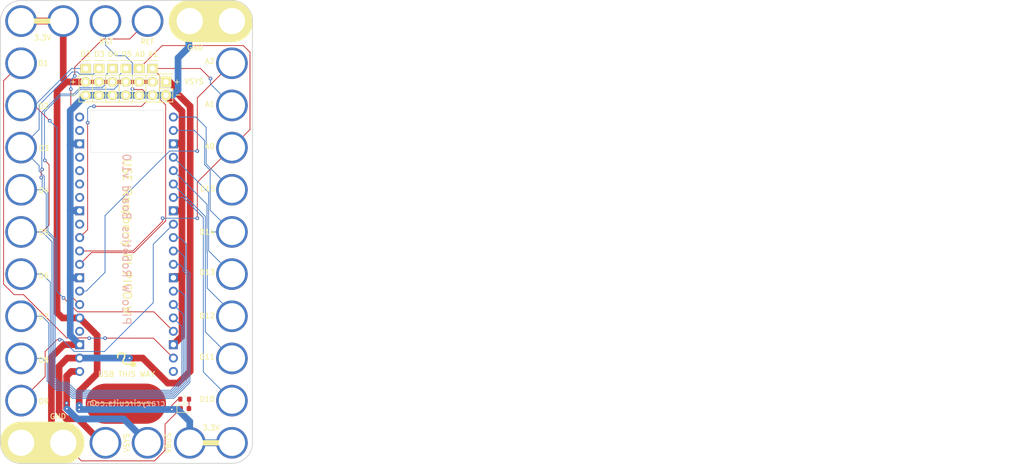
<source format=kicad_pcb>
(kicad_pcb (version 20211014) (generator pcbnew)
  (title_block (title "5x11 Arduino Nano Robot Breakout") (date "22 Apr 2017") (rev "v1.6") (company "CERN Open Hardware License v1.2.") (comment 1 "help@browndoggadgets.com") (comment 2 "http://browndoggadgets.com/") (comment 3 "Brown Dog Gadgets"))
  (layers (0 "F.Cu" signal) (31 "B.Cu" signal) (34 "B.Paste" user) (35 "F.Paste" user) (36 "B.SilkS" user "B.Silkscreen") (37 "F.SilkS" user "F.Silkscreen") (38 "B.Mask" user) (39 "F.Mask" user) (44 "Edge.Cuts" user))
  (net 0 "")
  (net 1 "GND")
  (net 2 "Net-(U2-Pad25)")
  (net 3 "Net-(U2-Pad26)")
  (net 4 "Net-(U2-Pad27)")
  (net 5 "Net-(U2-Pad29)")
  (net 6 "Net-(U2-Pad37)")
  (net 7 "3.3V")
  (net 8 "RST")
  (net 9 "IO3")
  (net 10 "IO5")
  (net 11 "IO6")
  (net 12 "IO9")
  (net 13 "ADC1")
  (net 14 "ADC2")
  (net 15 "IO7")
  (net 16 "IO10")
  (net 17 "IO14")
  (net 18 "IO1")
  (net 19 "IO4")
  (net 20 "IO2")
  (net 21 "IO11")
  (net 22 "IO12")
  (net 23 "IO16")
  (net 24 "IO13")
  (net 25 "IO8")
  (net 26 "IO15")
  (net 27 "ADC0")
  (net 28 "IO0")
  (net 29 "IO17")
  (net 30 "IO18")
  (net 31 "AREF")
  (net 32 "VSYS")
  (net 33 "VBUS")
  (net 34 "Net-(D1-Pad2)")
  (footprint "Crazy_NonLego:CONN-HEADER-STRAIGHT-P2.54MM-1x03" (layer "F.Cu") (at 61.075 67.345)
    (fp_text reference "J1")
    (fp_text value "PWM" hide)
    (pad "1" thru_hole rect locked (at 0 0) (size 2.032 1.7272) (drill 1.016) (layers *.Cu *.Mask "F.SilkS") (net 20 "IO2"))
    (pad "2" thru_hole oval locked (at 0 2.54) (size 2.032 1.7272) (drill 1.016) (layers *.Cu *.Mask "F.SilkS") (net 7 "3.3V"))
    (pad "3" thru_hole oval locked (at 0 5.08) (size 2.032 1.7272) (drill 1.016) (layers *.Cu *.Mask "F.SilkS") (net 1 "GND"))
  )
  (footprint "Crazy_NonLego:CONN-HEADER-STRAIGHT-P2.54MM-1x03" (layer "F.Cu") (at 63.615 67.345)
    (fp_text reference "J2")
    (fp_text value "PWM" hide)
    (pad "1" thru_hole rect locked (at 0 0) (size 2.032 1.7272) (drill 1.016) (layers *.Cu *.Mask "F.SilkS") (net 9 "IO3"))
    (pad "2" thru_hole oval locked (at 0 2.54) (size 2.032 1.7272) (drill 1.016) (layers *.Cu *.Mask "F.SilkS") (net 7 "3.3V"))
    (pad "3" thru_hole oval locked (at 0 5.08) (size 2.032 1.7272) (drill 1.016) (layers *.Cu *.Mask "F.SilkS") (net 1 "GND"))
  )
  (footprint "Crazy_NonLego:CONN-HEADER-STRAIGHT-P2.54MM-1x03" (layer "F.Cu") (at 66.155 67.345)
    (fp_text reference "J3")
    (fp_text value "PWM" hide)
    (pad "1" thru_hole rect locked (at 0 0) (size 2.032 1.7272) (drill 1.016) (layers *.Cu *.Mask "F.SilkS") (net 19 "IO4"))
    (pad "2" thru_hole oval locked (at 0 2.54) (size 2.032 1.7272) (drill 1.016) (layers *.Cu *.Mask "F.SilkS") (net 7 "3.3V"))
    (pad "3" thru_hole oval locked (at 0 5.08) (size 2.032 1.7272) (drill 1.016) (layers *.Cu *.Mask "F.SilkS") (net 1 "GND"))
  )
  (footprint "Crazy_NonLego:CONN-HEADER-STRAIGHT-P2.54MM-1x03" (layer "F.Cu") (at 68.695 67.345)
    (fp_text reference "J4")
    (fp_text value "PWM" hide)
    (pad "1" thru_hole rect locked (at 0 0) (size 2.032 1.7272) (drill 1.016) (layers *.Cu *.Mask "F.SilkS") (net 10 "IO5"))
    (pad "2" thru_hole oval locked (at 0 2.54) (size 2.032 1.7272) (drill 1.016) (layers *.Cu *.Mask "F.SilkS") (net 7 "3.3V"))
    (pad "3" thru_hole oval locked (at 0 5.08) (size 2.032 1.7272) (drill 1.016) (layers *.Cu *.Mask "F.SilkS") (net 1 "GND"))
  )
  (footprint "Crazy_NonLego:CONN-HEADER-STRAIGHT-P2.54MM-1x03" (layer "F.Cu") (at 71.235 67.345)
    (fp_text reference "J5")
    (fp_text value "ANALOG" hide)
    (pad "1" thru_hole rect locked (at 0 0) (size 2.032 1.7272) (drill 1.016) (layers *.Cu *.Mask "F.SilkS") (net 27 "ADC0"))
    (pad "2" thru_hole oval locked (at 0 2.54) (size 2.032 1.7272) (drill 1.016) (layers *.Cu *.Mask "F.SilkS") (net 7 "3.3V"))
    (pad "3" thru_hole oval locked (at 0 5.08) (size 2.032 1.7272) (drill 1.016) (layers *.Cu *.Mask "F.SilkS") (net 1 "GND"))
  )
  (footprint "Crazy_NonLego:CONN-HEADER-STRAIGHT-P2.54MM-1x03" (layer "F.Cu") (at 73.775 67.345)
    (fp_text reference "J6")
    (fp_text value "ANALOG" hide)
    (pad "1" thru_hole rect locked (at 0 0) (size 2.032 1.7272) (drill 1.016) (layers *.Cu *.Mask "F.SilkS") (net 13 "ADC1"))
    (pad "2" thru_hole oval locked (at 0 2.54) (size 2.032 1.7272) (drill 1.016) (layers *.Cu *.Mask "F.SilkS") (net 7 "3.3V"))
    (pad "3" thru_hole oval locked (at 0 5.08) (size 2.032 1.7272) (drill 1.016) (layers *.Cu *.Mask "F.SilkS") (net 1 "GND"))
  )
  (footprint "MCU_RaspberryPi_and_Boards:RPi_Pico_SMD_TH" (layer "F.Cu") (at 68.822 100.691251 180)
    (fp_text reference "U2" hide)
    (fp_text value "Pico W")
    (pad "1" thru_hole oval locked (at -8.89 -24.13 180) (size 1.7 1.7) (drill 1.02) (layers *.Cu *.Mask) (net 28 "IO0"))
    (pad "2" thru_hole oval locked (at -8.89 -21.59 180) (size 1.7 1.7) (drill 1.02) (layers *.Cu *.Mask) (net 18 "IO1"))
    (pad "3" thru_hole rect locked (at -8.89 -19.05 180) (size 1.7 1.7) (drill 1.02) (layers *.Cu *.Mask) (net 1 "GND"))
    (pad "4" thru_hole oval locked (at -8.89 -16.51 180) (size 1.7 1.7) (drill 1.02) (layers *.Cu *.Mask) (net 20 "IO2"))
    (pad "5" thru_hole oval locked (at -8.89 -13.97 180) (size 1.7 1.7) (drill 1.02) (layers *.Cu *.Mask) (net 9 "IO3"))
    (pad "6" thru_hole oval locked (at -8.89 -11.43 180) (size 1.7 1.7) (drill 1.02) (layers *.Cu *.Mask) (net 19 "IO4"))
    (pad "7" thru_hole oval locked (at -8.89 -8.89 180) (size 1.7 1.7) (drill 1.02) (layers *.Cu *.Mask) (net 10 "IO5"))
    (pad "8" thru_hole rect locked (at -8.89 -6.35 180) (size 1.7 1.7) (drill 1.02) (layers *.Cu *.Mask) (net 1 "GND"))
    (pad "9" thru_hole oval locked (at -8.89 -3.81 180) (size 1.7 1.7) (drill 1.02) (layers *.Cu *.Mask) (net 11 "IO6"))
    (pad "10" thru_hole oval locked (at -8.89 -1.27 180) (size 1.7 1.7) (drill 1.02) (layers *.Cu *.Mask) (net 15 "IO7"))
    (pad "11" thru_hole oval locked (at -8.89 1.27 180) (size 1.7 1.7) (drill 1.02) (layers *.Cu *.Mask) (net 25 "IO8"))
    (pad "12" thru_hole oval locked (at -8.89 3.81 180) (size 1.7 1.7) (drill 1.02) (layers *.Cu *.Mask) (net 12 "IO9"))
    (pad "13" thru_hole rect locked (at -8.89 6.35 180) (size 1.7 1.7) (drill 1.02) (layers *.Cu *.Mask) (net 1 "GND"))
    (pad "14" thru_hole oval locked (at -8.89 8.89 180) (size 1.7 1.7) (drill 1.02) (layers *.Cu *.Mask) (net 16 "IO10"))
    (pad "15" thru_hole oval locked (at -8.89 11.43 180) (size 1.7 1.7) (drill 1.02) (layers *.Cu *.Mask) (net 21 "IO11"))
    (pad "16" thru_hole oval locked (at -8.89 13.97 180) (size 1.7 1.7) (drill 1.02) (layers *.Cu *.Mask) (net 22 "IO12"))
    (pad "17" thru_hole oval locked (at -8.89 16.51 180) (size 1.7 1.7) (drill 1.02) (layers *.Cu *.Mask) (net 24 "IO13"))
    (pad "18" thru_hole rect locked (at -8.89 19.05 180) (size 1.7 1.7) (drill 1.02) (layers *.Cu *.Mask) (net 1 "GND"))
    (pad "19" thru_hole oval locked (at -8.89 21.59 180) (size 1.7 1.7) (drill 1.02) (layers *.Cu *.Mask) (net 17 "IO14"))
    (pad "20" thru_hole oval locked (at -8.89 24.13 180) (size 1.7 1.7) (drill 1.02) (layers *.Cu *.Mask) (net 26 "IO15"))
    (pad "21" thru_hole oval locked (at 8.89 24.13 180) (size 1.7 1.7) (drill 1.02) (layers *.Cu *.Mask) (net 23 "IO16"))
    (pad "22" thru_hole oval locked (at 8.89 21.59 180) (size 1.7 1.7) (drill 1.02) (layers *.Cu *.Mask) (net 29 "IO17"))
    (pad "23" thru_hole rect locked (at 8.89 19.05 180) (size 1.7 1.7) (drill 1.02) (layers *.Cu *.Mask) (net 1 "GND"))
    (pad "24" thru_hole oval locked (at 8.89 16.51 180) (size 1.7 1.7) (drill 1.02) (layers *.Cu *.Mask) (net 30 "IO18"))
    (pad "25" thru_hole oval locked (at 8.89 13.97 180) (size 1.7 1.7) (drill 1.02) (layers *.Cu *.Mask) (net 2 "Net-(U2-Pad25)"))
    (pad "26" thru_hole oval locked (at 8.89 11.43 180) (size 1.7 1.7) (drill 1.02) (layers *.Cu *.Mask) (net 3 "Net-(U2-Pad26)"))
    (pad "27" thru_hole oval locked (at 8.89 8.89 180) (size 1.7 1.7) (drill 1.02) (layers *.Cu *.Mask) (net 4 "Net-(U2-Pad27)"))
    (pad "28" thru_hole rect locked (at 8.89 6.35 180) (size 1.7 1.7) (drill 1.02) (layers *.Cu *.Mask) (net 1 "GND"))
    (pad "29" thru_hole oval locked (at 8.89 3.81 180) (size 1.7 1.7) (drill 1.02) (layers *.Cu *.Mask) (net 5 "Net-(U2-Pad29)"))
    (pad "30" thru_hole oval locked (at 8.89 1.27 180) (size 1.7 1.7) (drill 1.02) (layers *.Cu *.Mask) (net 8 "RST"))
    (pad "31" thru_hole oval locked (at 8.89 -1.27 180) (size 1.7 1.7) (drill 1.02) (layers *.Cu *.Mask) (net 27 "ADC0"))
    (pad "32" thru_hole oval locked (at 8.89 -3.81 180) (size 1.7 1.7) (drill 1.02) (layers *.Cu *.Mask) (net 13 "ADC1"))
    (pad "33" thru_hole rect locked (at 8.89 -6.35 180) (size 1.7 1.7) (drill 1.02) (layers *.Cu *.Mask) (net 1 "GND"))
    (pad "34" thru_hole oval locked (at 8.89 -8.89 180) (size 1.7 1.7) (drill 1.02) (layers *.Cu *.Mask) (net 14 "ADC2"))
    (pad "35" thru_hole oval locked (at 8.89 -11.43 180) (size 1.7 1.7) (drill 1.02) (layers *.Cu *.Mask) (net 31 "AREF"))
    (pad "36" thru_hole oval locked (at 8.89 -13.97 180) (size 1.7 1.7) (drill 1.02) (layers *.Cu *.Mask) (net 7 "3.3V"))
    (pad "37" thru_hole oval locked (at 8.89 -16.51 180) (size 1.7 1.7) (drill 1.02) (layers *.Cu *.Mask) (net 6 "Net-(U2-Pad37)"))
    (pad "38" thru_hole rect locked (at 8.89 -19.05 180) (size 1.7 1.7) (drill 1.02) (layers *.Cu *.Mask) (net 1 "GND"))
    (pad "39" thru_hole oval locked (at 8.89 -21.59 180) (size 1.7 1.7) (drill 1.02) (layers *.Cu *.Mask) (net 32 "VSYS"))
    (pad "40" thru_hole oval locked (at 8.89 -24.13 180) (size 1.7 1.7) (drill 1.02) (layers *.Cu *.Mask) (net 33 "VBUS"))
  )
  (footprint "Crazy_Circuits:LOGO-CRAZY-1x2" (layer "F.Cu") (at 68.695 134.869)
    (fp_text reference "LOGO")
    (fp_text value "BROWN DOG" hide)
    (fp_text user "crazycircuits.com" (at 0 -4.064) (layer "B.SilkS") (effects (font (size 1.143 1.143) (thickness 0.1778)) (justify mirror)))
    (pad "BG" smd oval locked (at 0 -3.937) (size 15.24 7.62) (layers "F.Cu"))
  )
  (footprint "cable-icon:cable" (layer "F.Cu") (at 69.78998 123.625)
    (fp_text reference "Ref**" hide)
    (fp_text value "Val**" hide)
  )
  (footprint "Crazy_Circuits:6x11-PICO-ROBOT" (layer "F.Cu") (at 60.821 106.350001)
    (fp_text reference "U1" hide)
    (fp_text value "6x11-PICOW")
    (fp_text user "A0" (at 23.781 -24.254 180) (layer "F.SilkS"))
    (fp_text user "D7" (at -7.714 8.067) (layer "F.SilkS"))
    (fp_text user "VSYS" (at 8.025 32 90) (layer "F.SilkS"))
    (fp_text user "D6" (at -7.714 0.317) (layer "F.SilkS"))
    (fp_text user "D1" (at -7.809 -40.003 180) (layer "F.SilkS"))
    (fp_text user "A1" (at 23.781 -32.254) (layer "F.SilkS"))
    (fp_text user "D9" (at -7.714 24.127) (layer "F.SilkS"))
    (fp_text user "D5" (at -7.714 -7.933) (layer "F.SilkS"))
    (fp_text user "D3" (at -7.714 -23.873) (layer "F.SilkS"))
    (fp_text user "VBUS" (at 15.9325 32 90) (layer "F.SilkS"))
    (fp_text user "D2" (at -7.714 -31.873) (layer "F.SilkS"))
    (fp_text user "D10" (at 23.3 23.716 180) (layer "F.SilkS"))
    (fp_text user "D8" (at -7.714 16.317) (layer "F.SilkS"))
    (fp_text user "A2" (at 23.781 -40.384 180) (layer "F.SilkS"))
    (fp_text user "D14" (at 23.3 -8 180) (layer "F.SilkS"))
    (fp_text user "D15" (at 23.4 -16.2) (layer "F.SilkS"))
    (fp_text user "REF" (at 12.003 -44.067) (layer "F.SilkS"))
    (fp_text user "D4" (at -7.714 -15.873) (layer "F.SilkS"))
    (fp_text user "D13" (at 23.3 -0.334) (layer "F.SilkS"))
    (fp_text user "GND" (at -5 27) (layer "F.SilkS"))
    (fp_text user "GND" (at 21 -43) (layer "F.SilkS"))
    (fp_text user "3.3V" (at -7.926 -44.825001) (layer "F.SilkS"))
    (fp_text user "D11" (at 23.3 15.716 180) (layer "F.SilkS"))
    (fp_text user "D12" (at 23.3 7.906) (layer "F.SilkS"))
    (fp_text user "RST" (at 4.129 -44.067) (layer "F.SilkS"))
    (fp_text user "3.3V" (at 24.074 29.174999) (layer "F.SilkS"))
    (pad "3V" thru_hole circle (at -12 -48 90) (size 6 6) (drill 4.98) (layers *.Cu *.Mask) (net 7 "3.3V"))
    (pad "3V" thru_hole circle (at -4 -48 90) (size 6 6) (drill 4.98) (layers *.Cu *.Mask) (net 7 "3.3V"))
    (pad "3V" thru_hole circle (at 20 32 90) (size 6 6) (drill 4.98) (layers *.Cu *.Mask) (net 7 "3.3V"))
    (pad "3V" thru_hole circle (at 28 32 90) (size 6 6) (drill 4.98) (layers *.Cu *.Mask) (net 7 "3.3V"))
    (pad "A0" thru_hole circle (at 28 -24 90) (size 6 6) (drill 4.98) (layers *.Cu *.Mask) (net 27 "ADC0"))
    (pad "A1" thru_hole circle (at 28 -32 90) (size 6 6) (drill 4.98) (layers *.Cu *.Mask) (net 13 "ADC1"))
    (pad "A2" thru_hole circle (at 28 -40 90) (size 6 6) (drill 4.98) (layers *.Cu *.Mask) (net 14 "ADC2"))
    (pad "D2" thru_hole circle (at -12 -32 90) (size 6 6) (drill 4.98) (layers *.Cu *.Mask) (net 20 "IO2"))
    (pad "D3" thru_hole circle (at -12 -24 90) (size 6 6) (drill 4.98) (layers *.Cu *.Mask) (net 9 "IO3"))
    (pad "D4" thru_hole circle (at -11.999 -16 90) (size 6 6) (drill 4.98) (layers *.Cu *.Mask) (net 19 "IO4"))
    (pad "D5" thru_hole circle (at -12 -8 90) (size 6 6) (drill 4.98) (layers *.Cu *.Mask) (net 10 "IO5"))
    (pad "D6" thru_hole circle (at -11.999 0 90) (size 6 6) (drill 4.98) (layers *.Cu *.Mask) (net 11 "IO6"))
    (pad "D7" thru_hole circle (at -11.999 8 90) (size 6 6) (drill 4.98) (layers *.Cu *.Mask) (net 15 "IO7"))
    (pad "D8" thru_hole circle (at -11.999 16 90) (size 6 6) (drill 4.98) (layers *.Cu *.Mask) (net 25 "IO8"))
    (pad "D9" thru_hole circle (at -11.999 24 90) (size 6 6) (drill 4.98) (layers *.Cu *.Mask) (net 12 "IO9"))
    (pad "D10" thru_hole circle (at 28 24 90) (size 6 6) (drill 4.98) (layers *.Cu *.Mask) (net 16 "IO10"))
    (pad "D11" thru_hole circle (at 28 16 90) (size 6 6) (drill 4.98) (layers *.Cu *.Mask) (net 21 "IO11"))
    (pad "D12" thru_hole circle (at 28 8 90) (size 6 6) (drill 4.98) (layers *.Cu *.Mask) (net 22 "IO12"))
    (pad "D13" thru_hole circle (at 28 0 90) (size 6 6) (drill 4.98) (layers *.Cu *.Mask) (net 24 "IO13"))
    (pad "D14" thru_hole circle (at 28 -8 90) (size 6 6) (drill 4.98) (layers *.Cu *.Mask) (net 17 "IO14"))
    (pad "D15" thru_hole circle (at 28 -16 90) (size 6 6) (drill 4.98) (layers *.Cu *.Mask) (net 26 "IO15"))
    (pad "GND" thru_hole circle (at 28 -48 90) (size 6 6) (drill 4.98) (layers *.Cu *.Mask) (net 1 "GND"))
    (pad "GND" thru_hole circle (at -11.999 32 90) (size 6 6) (drill 4.98) (layers *.Cu *.Mask) (net 1 "GND"))
    (pad "GND" thru_hole circle (at -4 32 90) (size 6 6) (drill 4.98) (layers *.Cu *.Mask) (net 1 "GND"))
    (pad "GND" thru_hole circle (at 20 -48 90) (size 6 6) (drill 4.98) (layers *.Cu *.Mask) (net 1 "GND"))
    (pad "REF" thru_hole circle (at 12 -48 90) (size 6 6) (drill 4.98) (layers *.Cu *.Mask) (net 31 "AREF"))
    (pad "RST" thru_hole circle (at 4 -48 90) (size 6 6) (drill 4.98) (layers *.Cu *.Mask) (net 8 "RST"))
    (pad "TX1" thru_hole circle (at -12 -40 90) (size 6 6) (drill 4.98) (layers *.Cu *.Mask) (net 18 "IO1"))
    (pad "VBUS" thru_hole circle (at 12 32 90) (size 6 6) (drill 4.98) (layers *.Cu *.Mask) (net 33 "VBUS"))
    (pad "VSYS" thru_hole circle (at 4 32 90) (size 6 6) (drill 4.98) (layers *.Cu *.Mask) (net 32 "VSYS"))
  )
  (footprint "Resistor_SMD:R_0603_1608Metric" (layer "F.Cu") (at 79.851 130.083)
    (fp_text reference "R1" hide)
    (fp_text value "330")
    (pad "1" smd roundrect locked (at -0.825 0) (size 0.8 0.95) (layers "F.Cu" "F.Paste" "F.Mask") (net 7 "3.3V"))
    (pad "2" smd roundrect locked (at 0.825 0) (size 0.8 0.95) (layers "F.Cu" "F.Paste" "F.Mask") (net 34 "Net-(D1-Pad2)"))
  )
  (footprint "LED_SMD:LED_0603_1608Metric" (layer "F.Cu") (at 79.871 131.861)
    (fp_text reference "D1" hide)
    (fp_text value "LED" hide)
    (pad "1" smd roundrect locked (at -0.7875 0) (size 0.875 0.95) (layers "F.Cu" "F.Paste" "F.Mask") (net 1 "GND"))
    (pad "2" smd roundrect locked (at 0.7875 0) (size 0.875 0.95) (layers "F.Cu" "F.Paste" "F.Mask") (net 34 "Net-(D1-Pad2)"))
  )
  (footprint "Crazy_NonLego:CONN-HEADER-STRAIGHT-P2.54MM-1x02" (layer "F.Cu") (at 76.315 69.885)
    (fp_text reference "J7")
    (fp_text value "Conn_01x02" hide)
    (pad "1" thru_hole rect locked (at 0 0) (size 2.032 2.032) (drill 1.016) (layers *.Cu *.Mask "F.SilkS") (net 32 "VSYS"))
    (pad "2" thru_hole oval locked (at 0 2.54) (size 2.032 2.032) (drill 1.016) (layers *.Cu *.Mask "F.SilkS") (net 1 "GND"))
  )
  (gr_line (start 44.921 58.250001) (end 44.921006 138.356808) (layer "Edge.Cuts") (width 0.1524))
  (gr_line (start 92.721 138.350001) (end 92.720994 58.343194) (layer "Edge.Cuts") (width 0.1524))
  (gr_arc (start 88.821 54.450001) (mid 91.577304 55.588882) (end 92.720994 58.343194) (layer "Edge.Cuts") (width 0.1524))
  (gr_arc (start 44.921 58.250001) (mid 46.083994 55.542285) (end 48.821 54.450001) (layer "Edge.Cuts") (width 0.1524))
  (gr_rect (start 61.895 75.275) (end 75.895 83.275) (layer "Edge.Cuts") (width 0.05) (fill none))
  (gr_line (start 88.821 54.450001) (end 48.821 54.450001) (layer "Edge.Cuts") (width 0.1524))
  (gr_arc (start 48.821 142.250001) (mid 46.064697 141.111119) (end 44.921006 138.356808) (layer "Edge.Cuts") (width 0.1524))
  (gr_line (start 48.821 142.250001) (end 88.821 142.250001) (layer "Edge.Cuts") (width 0.1524))
  (gr_arc (start 92.721 138.350001) (mid 91.578716 141.107717) (end 88.821 142.250001) (layer "Edge.Cuts") (width 0.1524))
  (gr_text "Pico W Robotics Board v1.0" (at 68.821 99.75 270) (layer "B.SilkS") (effects (font (size 1.524 1.524) (thickness 0.2032)) (justify mirror)))
  (gr_text "USE Raspberry PI PICO W" (at 68.945 99.25 270) (layer "F.SilkS") (effects (font (size 1.524 1.524) (thickness 0.2032))))
  (gr_text "+ VSYS" (at 80.633 69.81642) (layer "F.SilkS") (effects (font (size 1.016 1.016) (thickness 0.1524))))
  (gr_text "+" (at 58.705 69.81642) (layer "F.SilkS") (effects (font (size 1.016 1.016) (thickness 0.1524))))
  (gr_text "-" (at 58.705 72.30642) (layer "F.SilkS") (effects (font (size 1.016 1.016) (thickness 0.1524))))
  (gr_text "D3" (at 63.675476 64.625) (layer "F.SilkS") (effects (font (size 1.016 1.016) (thickness 0.1524))))
  (gr_text "D2" (at 61.075 64.625) (layer "F.SilkS") (effects (font (size 1.016 1.016) (thickness 0.1524))))
  (gr_text "A0" (at 71.404333 64.625) (layer "F.SilkS") (effects (font (size 1.016 1.016) (thickness 0.1524))))
  (gr_text "A1" (at 73.859666 64.625) (layer "F.SilkS") (effects (font (size 1.016 1.016) (thickness 0.1524))))
  (gr_text "D4" (at 66.275952 64.625) (layer "F.SilkS") (effects (font (size 1.016 1.016) (thickness 0.1524))))
  (gr_text "-" (at 78.655 72.30642) (layer "F.SilkS") (effects (font (size 1.016 1.016) (thickness 0.1524))))
  (gr_text "USB THIS WAY" (at 68.822 125.325) (layer "F.SilkS") (effects (font (size 1.016 1.016) (thickness 0.1524))))
  (gr_text "D5" (at 68.876428 64.625) (layer "F.SilkS") (effects (font (size 1.016 1.016) (thickness 0.1524))))
  (segment (start 79.233149 81.641251) (end 79.3494 81.525) (width 1.27) (layer "F.Cu") (net 1))
  (segment (start 77.712 81.641251) (end 79.233149 81.641251) (width 1.27) (layer "F.Cu") (net 1))
  (segment (start 56.821 138.350001) (end 48.822 138.350001) (width 1.27) (layer "F.Cu") (net 1))
  (segment (start 77.978251 106.775) (end 77.712 107.041251) (width 1.27) (layer "F.Cu") (net 1))
  (segment (start 76.315 72.425) (end 76.545 72.425) (width 1.27) (layer "F.Cu") (net 1))
  (segment (start 60.245999 141.775) (end 56.821 138.350001) (width 0.1524) (layer "F.Cu") (net 1))
  (segment (start 79.3494 94.4794) (end 79.3494 81.5706) (width 1.27) (layer "F.Cu") (net 1))
  (segment (start 58.045 137.126001) (end 56.821 138.350001) (width 1.27) (layer "F.Cu") (net 1))
  (segment (start 79.3494 106.9794) (end 79.145 106.775) (width 1.27) (layer "F.Cu") (net 1))
  (segment (start 56.928749 119.741251) (end 54.575 122.095) (width 1.27) (layer "F.Cu") (net 1))
  (segment (start 79.3494 94.4794) (end 79.211251 94.341251) (width 1.27) (layer "F.Cu") (net 1))
  (segment (start 54.575 122.095) (end 54.575 136.104001) (width 1.27) (layer "F.Cu") (net 1))
  (segment (start 79.128749 107.041251) (end 79.3494 106.8206) (width 1.27) (layer "F.Cu") (net 1))
  (segment (start 79.145 106.775) (end 77.978251 106.775) (width 1.27) (layer "F.Cu") (net 1))
  (segment (start 79.3494 106.8206) (end 79.3494 94.4794) (width 1.27) (layer "F.Cu") (net 1))
  (segment (start 77.712 119.741251) (end 79.3494 118.103851) (width 1.27) (layer "F.Cu") (net 1))
  (segment (start 77.712 107.041251) (end 79.128749 107.041251) (width 1.27) (layer "F.Cu") (net 1))
  (segment (start 76.145 134.7995) (end 76.145 139.775) (width 0.1524) (layer "F.Cu") (net 1))
  (segment (start 54.575 136.104001) (end 56.821 138.350001) (width 1.27) (layer "F.Cu") (net 1))
  (segment (start 79.211251 94.341251) (end 77.712 94.341251) (width 1.27) (layer "F.Cu") (net 1))
  (segment (start 76.145 139.775) (end 74.145 141.775) (width 0.1524) (layer "F.Cu") (net 1))
  (segment (start 79.3494 81.5706) (end 77.782651 81.5706) (width 1.27) (layer "F.Cu") (net 1))
  (segment (start 79.3494 81.525) (end 79.3494 75.4594) (width 1.27) (layer "F.Cu") (net 1))
  (segment (start 88.821 58.350001) (end 80.821 58.350001) (width 1.27) (layer "F.Cu") (net 1))
  (segment (start 77.782651 81.5706) (end 77.712 81.641251) (width 1.27) (layer "F.Cu") (net 1))
  (segment (start 79.0835 131.861) (end 76.145 134.7995) (width 0.1524) (layer "F.Cu") (net 1))
  (segment (start 74.145 141.775) (end 60.245999 141.775) (width 0.1524) (layer "F.Cu") (net 1))
  (segment (start 79.3494 75.4594) (end 76.315 72.425) (width 1.27) (layer "F.Cu") (net 1))
  (segment (start 79.3494 118.103851) (end 79.3494 106.9794) (width 1.27) (layer "F.Cu") (net 1))
  (segment (start 59.932 119.741251) (end 56.928749 119.741251) (width 1.27) (layer "F.Cu") (net 1))
  (segment (start 59.932 107.041251) (end 58.427949 107.041251) (width 1.27) (layer "B.Cu") (net 1))
  (segment (start 59.932 81.641251) (end 58.278749 81.641251) (width 1.27) (layer "B.Cu") (net 1))
  (segment (start 59.932 94.341251) (end 59.865749 94.275) (width 1.27) (layer "B.Cu") (net 1))
  (segment (start 58.145 94.275) (end 58.145 107.041251) (width 1.27) (layer "B.Cu") (net 1))
  (segment (start 80.645 63.293) (end 80.645 58.526001) (width 1.27) (layer "B.Cu") (net 1))
  (segment (start 76.315 72.425) (end 77.585 72.425) (width 1.27) (layer "B.Cu") (net 1))
  (segment (start 78.601 71.409) (end 78.601 65.337) (width 1.27) (layer "B.Cu") (net 1))
  (segment (start 78.601 65.337) (end 80.645 63.293) (width 1.27) (layer "B.Cu") (net 1))
  (segment (start 80.645 58.526001) (end 80.821 58.350001) (width 1.27) (layer "B.Cu") (net 1))
  (segment (start 58.145 75.355) (end 61.075 72.425) (width 1.27) (layer "B.Cu") (net 1))
  (segment (start 58.145 81.775) (end 58.145 75.355) (width 1.27) (layer "B.Cu") (net 1))
  (segment (start 58.145 107.041251) (end 59.932 107.041251) (width 1.27) (layer "B.Cu") (net 1))
  (segment (start 58.211251 94.341251) (end 59.932 94.341251) (width 1.27) (layer "B.Cu") (net 1))
  (segment (start 77.585 72.425) (end 78.601 71.409) (width 1.27) (layer "B.Cu") (net 1))
  (segment (start 58.145 81.775) (end 58.145 94.275) (width 1.27) (layer "B.Cu") (net 1))
  (segment (start 58.145 94.275) (end 58.211251 94.341251) (width 1.27) (layer "B.Cu") (net 1))
  (segment (start 58.278749 81.641251) (end 58.145 81.775) (width 1.27) (layer "B.Cu") (net 1))
  (segment (start 58.145 117.954251) (end 59.932 119.741251) (width 1.27) (layer "B.Cu") (net 1))
  (segment (start 58.427949 107.041251) (end 58.145 107.3242) (width 1.27) (layer "B.Cu") (net 1))
  (segment (start 59.865749 94.275) (end 58.145 94.275) (width 1.27) (layer "B.Cu") (net 1))
  (segment (start 58.145 107.3242) (end 58.145 117.954251) (width 1.27) (layer "B.Cu") (net 1))
  (segment (start 76.315 72.425) (end 61.075 72.425) (width 1.27) (layer "B.Cu") (net 1))
  (segment (start 59.845 128.625) (end 63.25 125.22) (width 1.27) (layer "F.Cu") (net 7))
  (segment (start 59.932 114.661251) (end 56.661251 114.661251) (width 1.27) (layer "F.Cu") (net 7))
  (segment (start 73.775 69.885) (end 61.075 69.885) (width 0.762) (layer "F.Cu") (net 7))
  (segment (start 57.385 69.885) (end 61.075 69.885) (width 1.27) (layer "F.Cu") (net 7))
  (segment (start 55.645 71.625) (end 57.385 69.885) (width 1.27) (layer "F.Cu") (net 7))
  (segment (start 56.821 58.350001) (end 48.821 58.350001) (width 1.27) (layer "F.Cu") (net 7))
  (segment (start 63.25 117.979251) (end 59.932 114.661251) (width 1.27) (layer "F.Cu") (net 7))
  (segment (start 78.601 130.083) (end 77.421 131.263) (width 0.1524) (layer "F.Cu") (net 7))
  (segment (start 56.821 69.321) (end 56.821 58.350001) (width 1.27) (layer "F.Cu") (net 7))
  (segment (start 63.25 125.22) (end 63.25 117.979251) (width 1.27) (layer "F.Cu") (net 7))
  (segment (start 79.026 130.083) (end 78.601 130.083) (width 0.1524) (layer "F.Cu") (net 7))
  (segment (start 55.645 113.645) (end 55.645 71.625) (width 1.27) (layer "F.Cu") (net 7))
  (segment (start 59.845 132.025) (end 59.845 128.625) (width 1.27) (layer "F.Cu") (net 7))
  (segment (start 77.421 131.263) (end 77.421 132.025) (width 0.1524) (layer "F.Cu") (net 7))
  (segment (start 56.661251 114.661251) (end 55.645 113.645) (width 1.27) (layer "F.Cu") (net 7))
  (segment (start 57.385 69.885) (end 56.821 69.321) (width 1.27) (layer "F.Cu") (net 7))
  (via (at 59.845 131.225) (size 0.6858) (drill 0.3302) (layers "F.Cu" "B.Cu") (net 7))
  (via (at 59.845 132.025) (size 0.6858) (drill 0.3302) (layers "F.Cu" "B.Cu") (net 7))
  (via (at 77.421 132.025) (size 0.6858) (drill 0.3302) (layers "F.Cu" "B.Cu") (net 7))
  (segment (start 60.181802 114.661251) (end 59.932 114.661251) (width 1.27) (layer "B.Cu") (net 7))
  (segment (start 77.421 132.025) (end 78.535 132.025) (width 1.27) (layer "B.Cu") (net 7))
  (segment (start 62.494999 132.025) (end 59.845 132.025) (width 1.27) (layer "B.Cu") (net 7))
  (segment (start 62.494999 132.025) (end 77.421 132.025) (width 1.27) (layer "B.Cu") (net 7))
  (segment (start 80.821 134.311) (end 80.821 138.350001) (width 1.27) (layer "B.Cu") (net 7))
  (segment (start 78.535 132.025) (end 80.821 134.311) (width 1.27) (layer "B.Cu") (net 7))
  (segment (start 88.821 138.350001) (end 80.821 138.350001) (width 1.27) (layer "B.Cu") (net 7))
  (segment (start 59.845 132.025) (end 59.845 131.225) (width 1.27) (layer "B.Cu") (net 7))
  (segment (start 72.53039 72.023372) (end 71.832018 71.325) (width 0.1524) (layer "F.Cu") (net 8))
  (segment (start 72.53039 73.65961) (end 72.53039 72.023372) (width 0.1524) (layer "F.Cu") (net 8))
  (segment (start 61.445 97.908251) (end 59.932 99.421251) (width 0.1524) (layer "F.Cu") (net 8))
  (segment (start 70.045 71.325) (end 69.945 71.225) (width 0.1524) (layer "F.Cu") (net 8))
  (segment (start 71.665 74.525) (end 72.53039 73.65961) (width 0.1524) (layer "F.Cu") (net 8))
  (segment (start 61.445 77.625) (end 61.445 97.908251) (width 0.1524) (layer "F.Cu") (net 8))
  (segment (start 62.645 74.525) (end 71.665 74.525) (width 0.1524) (layer "F.Cu") (net 8))
  (segment (start 71.832018 71.325) (end 70.045 71.325) (width 0.1524) (layer "F.Cu") (net 8))
  (via (at 69.945 71.225) (size 0.6858) (drill 0.3302) (layers "F.Cu" "B.Cu") (net 8))
  (via (at 62.645 74.525) (size 0.6858) (drill 0.3302) (layers "F.Cu" "B.Cu") (net 8))
  (via (at 61.445 77.625) (size 0.6858) (drill 0.3302) (layers "F.Cu" "B.Cu") (net 8))
  (segment (start 68.566082 64.925) (end 66.825 64.925) (width 0.1524) (layer "B.Cu") (net 8))
  (segment (start 67.445 64.925) (end 68.566082 64.925) (width 0.1524) (layer "B.Cu") (net 8))
  (segment (start 61.895 74.525) (end 61.445 74.975) (width 0.1524) (layer "B.Cu") (net 8))
  (segment (start 68.566082 64.925) (end 69.945 66.303918) (width 0.1524) (layer "B.Cu") (net 8))
  (segment (start 66.825 64.925) (end 64.821 62.921) (width 0.1524) (layer "B.Cu") (net 8))
  (segment (start 62.645 74.525) (end 61.895 74.525) (width 0.1524) (layer "B.Cu") (net 8))
  (segment (start 69.945 66.303918) (end 69.945 71.225) (width 0.1524) (layer "B.Cu") (net 8))
  (segment (start 64.821 62.921) (end 64.821 58.350001) (width 0.1524) (layer "B.Cu") (net 8))
  (segment (start 61.445 74.975) (end 61.445 77.625) (width 0.1524) (layer "B.Cu") (net 8))
  (segment (start 53.2165 90.1565) (end 53.2165 87.788276) (width 0.1524) (layer "B.Cu") (net 9))
  (segment (start 53.91031 90.85031) (end 53.2165 90.1565) (width 0.1524) (layer "B.Cu") (net 9))
  (segment (start 52.25 74.26962) (end 52.25 78.921001) (width 0.1524) (layer "B.Cu") (net 9))
  (segment (start 63.615 67.345) (end 62.5228 68.4372) (width 0.1524) (layer "B.Cu") (net 9))
  (segment (start 59.178272 128.39614) (end 57.653082 126.87095) (width 0.1524) (layer "B.Cu") (net 9))
  (segment (start 59.5 68) (end 58.51962 68) (width 0.1524) (layer "B.Cu") (net 9))
  (segment (start 53.91031 98.229915) (end 53.91031 90.85031) (width 0.1524) (layer "B.Cu") (net 9))
  (segment (start 55.289549 126.008483) (end 55.289548 99.609153) (width 0.1524) (layer "B.Cu") (net 9))
  (segment (start 59.9372 68.4372) (end 59.5 68) (width 0.1524) (layer "B.Cu") (net 9))
  (segment (start 79.31614 126.267464) (end 77.187464 128.39614) (width 0.1524) (layer "B.Cu") (net 9))
  (segment (start 53.2165 87.788276) (end 52.25 86.821776) (width 0.1524) (layer "B.Cu") (net 9))
  (segment (start 77.712 114.661251) (end 79.31614 116.265391) (width 0.1524) (layer "B.Cu") (net 9))
  (segment (start 52.25 85.779001) (end 48.821 82.350001) (width 0.1524) (layer "B.Cu") (net 9))
  (segment (start 52.25 78.921001) (end 48.821 82.350001) (width 0.1524) (layer "B.Cu") (net 9))
  (segment (start 58.51962 68) (end 52.25 74.26962) (width 0.1524) (layer "B.Cu") (net 9))
  (segment (start 52.25 86.821776) (end 52.25 85.779001) (width 0.1524) (layer "B.Cu") (net 9))
  (segment (start 79.31614 116.265391) (end 79.31614 126.267464) (width 0.1524) (layer "B.Cu") (net 9))
  (segment (start 56.152016 126.87095) (end 55.289549 126.008483) (width 0.1524) (layer "B.Cu") (net 9))
  (segment (start 77.187464 128.39614) (end 59.178272 128.39614) (width 0.1524) (layer "B.Cu") (net 9))
  (segment (start 57.653082 126.87095) (end 56.152016 126.87095) (width 0.1524) (layer "B.Cu") (net 9))
  (segment (start 55.289548 99.609153) (end 53.91031 98.229915) (width 0.1524) (layer "B.Cu") (net 9))
  (segment (start 62.5228 68.4372) (end 59.9372 68.4372) (width 0.1524) (layer "B.Cu") (net 9))
  (segment (start 48.821 98.350001) (end 52.820001 98.350001) (width 0.1524) (layer "F.Cu") (net 10))
  (segment (start 53.220001 97.950001) (end 52.82 98.350001) (width 0.1524) (layer "F.Cu") (net 10))
  (segment (start 53.321 84.775) (end 54.145 85.599) (width 0.1524) (layer "F.Cu") (net 10))
  (segment (start 54.145 85.599) (end 54.145 97.025002) (width 0.1524) (layer "F.Cu") (net 10))
  (segment (start 52.820001 98.350001) (end 53.220001 97.950001) (width 0.1524) (layer "F.Cu") (net 10))
  (segment (start 54.145 97.025002) (end 53.220001 97.950001) (width 0.1524) (layer "F.Cu") (net 10))
  (via (at 53.321 84.775) (size 0.6858) (drill 0.3302) (layers "F.Cu" "B.Cu") (net 10))
  (segment (start 56.351052 72.5) (end 58.901066 72.5) (width 0.1524) (layer "B.Cu") (net 10))
  (segment (start 57.998198 128.085) (end 57.393768 127.48057) (width 0.1524) (layer "B.Cu") (net 10))
  (segment (start 58.901066 72.5) (end 60.119046 71.28202) (width 0.1524) (layer "B.Cu") (net 10))
  (segment (start 57.393768 127.48057) (end 55.89057 127.48057) (width 0.1524) (layer "B.Cu") (net 10))
  (segment (start 79.92576 110.525) (end 79.92576 126.519976) (width 0.1524) (layer "B.Cu") (net 10))
  (segment (start 77.439976 129.00576) (end 58.92576 129.00576) (width 0.1524) (layer "B.Cu") (net 10))
  (segment (start 79.92576 126.519976) (end 77.439976 129.00576) (width 0.1524) (layer "B.Cu") (net 10))
  (segment (start 53.321 84.775) (end 53.25 84.704) (width 0.1524) (layer "B.Cu") (net 10))
  (segment (start 67.45039 68.58961) (end 68.695 67.345) (width 0.1524) (layer "B.Cu") (net 10))
  (segment (start 52.82 98.350001) (end 48.821 98.350001) (width 0.1524) (layer "B.Cu") (net 10))
  (segment (start 78.982011 109.581251) (end 79.92576 110.525) (width 0.1524) (layer "B.Cu") (net 10))
  (segment (start 67.45039 70.286628) (end 67.45039 68.58961) (width 0.1524) (layer "B.Cu") (net 10))
  (segment (start 77.712 109.581251) (end 78.982011 109.581251) (width 0.1524) (layer "B.Cu") (net 10))
  (segment (start 54.679929 100.209931) (end 52.82 98.350001) (width 0.1524) (layer "B.Cu") (net 10))
  (segment (start 58.005 128.085) (end 57.998198 128.085) (width 0.1524) (layer "B.Cu") (net 10))
  (segment (start 55.89057 127.48057) (end 54.679929 126.269929) (width 0.1524) (layer "B.Cu") (net 10))
  (segment (start 66.454998 71.28202) (end 67.45039 70.286628) (width 0.1524) (layer "B.Cu") (net 10))
  (segment (start 54.679929 126.269929) (end 54.679929 100.209931) (width 0.1524) (layer "B.Cu") (net 10))
  (segment (start 60.119046 71.28202) (end 66.454998 71.28202) (width 0.1524) (layer "B.Cu") (net 10))
  (segment (start 53.25 75.601052) (end 56.351052 72.5) (width 0.1524) (layer "B.Cu") (net 10))
  (segment (start 53.25 84.704) (end 53.25 75.601052) (width 0.1524) (layer "B.Cu") (net 10))
  (segment (start 58.92576 129.00576) (end 58.005 128.085) (width 0.1524) (layer "B.Cu") (net 10))
  (segment (start 54.375119 126.402987) (end 54.375119 107.904119) (width 0.1524) (layer "B.Cu") (net 11))
  (segment (start 52.821 106.350001) (end 48.822 106.350001) (width 0.1524) (layer "B.Cu") (net 11))
  (segment (start 55.757512 127.78538) (end 54.375119 126.402987) (width 0.1524) (layer "B.Cu") (net 11))
  (segment (start 80.23057 106.421599) (end 80.23057 126.646232) (width 0.1524) (layer "B.Cu") (net 11))
  (segment (start 77.712 104.501251) (end 78.914081 104.501251) (width 0.1524) (layer "B.Cu") (net 11))
  (segment (start 77.566232 129.31057) (end 58.792702 129.31057) (width 0.1524) (layer "B.Cu") (net 11))
  (segment (start 57.267512 127.78538) (end 55.757512 127.78538) (width 0.1524) (layer "B.Cu") (net 11))
  (segment (start 78.914081 104.501251) (end 79.53057 105.11774) (width 0.1524) (layer "B.Cu") (net 11))
  (segment (start 80.23057 126.646232) (end 77.566232 129.31057) (width 0.1524) (layer "B.Cu") (net 11))
  (segment (start 54.375119 107.904119) (end 52.821 106.350001) (width 0.1524) (layer "B.Cu") (net 11))
  (segment (start 79.53057 105.11774) (end 79.53057 105.721599) (width 0.1524) (layer "B.Cu") (net 11))
  (segment (start 58.792702 129.31057) (end 57.267512 127.78538) (width 0.1524) (layer "B.Cu") (net 11))
  (segment (start 79.53057 105.721599) (end 80.23057 106.421599) (width 0.1524) (layer "B.Cu") (net 11))
  (segment (start 55.645 118.775) (end 53.395 121.025) (width 0.1524) (layer "F.Cu") (net 12))
  (segment (start 53.395 125.777001) (end 48.822 130.350001) (width 0.1524) (layer "F.Cu") (net 12))
  (segment (start 53.395 121.025) (end 53.395 125.777001) (width 0.1524) (layer "F.Cu") (net 12))
  (segment (start 56.145 118.775) (end 55.645 118.775) (width 0.1524) (layer "F.Cu") (net 12))
  (via (at 56.145 118.775) (size 0.6858) (drill 0.3302) (layers "F.Cu" "B.Cu") (net 12))
  (segment (start 64.645 121.025) (end 73.895 111.775) (width 0.1524) (layer "B.Cu") (net 12))
  (segment (start 58.895 121.025) (end 64.645 121.025) (width 0.1524) (layer "B.Cu") (net 12))
  (segment (start 56.145 118.775) (end 56.645 118.775) (width 0.1524) (layer "B.Cu") (net 12))
  (segment (start 73.895 100.698251) (end 77.712 96.881251) (width 0.1524) (layer "B.Cu") (net 12))
  (segment (start 73.895 111.775) (end 73.895 100.698251) (width 0.1524) (layer "B.Cu") (net 12))
  (segment (start 56.645 118.775) (end 58.895 121.025) (width 0.1524) (layer "B.Cu") (net 12))
  (segment (start 73.775 67.345) (end 82.845 67.345) (width 0.1524) (layer "F.Cu") (net 13))
  (segment (start 75.0704 68.6404) (end 73.775 67.345) (width 0.1524) (layer "F.Cu") (net 13))
  (segment (start 59.932 104.501251) (end 62.1672 102.266051) (width 0.1524) (layer "F.Cu") (net 13))
  (segment (start 70.233949 102.266051) (end 76.25 96.25) (width 0.1524) (layer "F.Cu") (net 13))
  (segment (start 76.25 74.25) (end 75.0704 73.0704) (width 0.1524) (layer "F.Cu") (net 13))
  (segment (start 75.0704 73.0704) (end 75.0704 68.6404) (width 0.1524) (layer "F.Cu") (net 13))
  (segment (start 82.845 67.345) (end 84.75 69.25) (width 0.1524) (layer "F.Cu") (net 13))
  (segment (start 76.25 96.25) (end 76.25 74.25) (width 0.1524) (layer "F.Cu") (net 13))
  (segment (start 62.1672 102.266051) (end 70.233949 102.266051) (width 0.1524) (layer "F.Cu") (net 13))
  (via (at 84.75 69.25) (size 0.6858) (drill 0.3302) (layers "F.Cu" "B.Cu") (net 13))
  (segment (start 84.75 69.25) (end 84.75 70.279001) (width 0.1524) (layer "B.Cu") (net 13))
  (segment (start 84.75 70.279001) (end 88.821 74.350001) (width 0.1524) (layer "B.Cu") (net 13))
  (segment (start 82.25 72.921001) (end 88.821 66.350001) (width 0.1524) (layer "F.Cu") (net 14))
  (segment (start 82.25 83) (end 82.25 72.921001) (width 0.1524) (layer "F.Cu") (net 14))
  (via (at 82.25 83) (size 0.6858) (drill 0.3302) (layers "F.Cu" "B.Cu") (net 14))
  (segment (start 82.25 83) (end 77 83) (width 0.1524) (layer "B.Cu") (net 14))
  (segment (start 77 83) (end 64.75 95.25) (width 0.1524) (layer "B.Cu") (net 14))
  (segment (start 64.75 95.25) (end 64.75 106) (width 0.1524) (layer "B.Cu") (net 14))
  (segment (start 64.75 106) (end 61.168749 109.581251) (width 0.1524) (layer "B.Cu") (net 14))
  (segment (start 61.168749 109.581251) (end 59.932 109.581251) (width 0.1524) (layer "B.Cu") (net 14))
  (segment (start 79.83538 103.11538) (end 79.83538 104.81538) (width 0.1524) (layer "B.Cu") (net 15))
  (segment (start 57.141256 128.09019) (end 55.631256 128.09019) (width 0.1524) (layer "B.Cu") (net 15))
  (segment (start 54.070309 115.599311) (end 52.821 114.350001) (width 0.1524) (layer "B.Cu") (net 15))
  (segment (start 54.070309 126.529243) (end 54.070309 115.599311) (width 0.1524) (layer "B.Cu") (net 15))
  (segment (start 78.681251 101.961251) (end 79.83538 103.11538) (width 0.1524) (layer "B.Cu") (net 15))
  (segment (start 80.53538 126.772488) (end 77.692488 129.61538) (width 0.1524) (layer "B.Cu") (net 15))
  (segment (start 77.692488 129.61538) (end 58.666446 129.61538) (width 0.1524) (layer "B.Cu") (net 15))
  (segment (start 79.83538 104.81538) (end 79.835382 104.815382) (width 0.1524) (layer "B.Cu") (net 15))
  (segment (start 80.53538 106.277512) (end 80.53538 126.772488) (width 0.1524) (layer "B.Cu") (net 15))
  (segment (start 55.631256 128.09019) (end 54.070309 126.529243) (width 0.1524) (layer "B.Cu") (net 15))
  (segment (start 58.666446 129.61538) (end 57.141256 128.09019) (width 0.1524) (layer "B.Cu") (net 15))
  (segment (start 79.835382 105.577514) (end 80.53538 106.277512) (width 0.1524) (layer "B.Cu") (net 15))
  (segment (start 77.712 101.961251) (end 78.681251 101.961251) (width 0.1524) (layer "B.Cu") (net 15))
  (segment (start 79.835382 104.815382) (end 79.835382 105.577514) (width 0.1524) (layer "B.Cu") (net 15))
  (segment (start 52.821 114.350001) (end 48.822 114.350001) (width 0.1524) (layer "B.Cu") (net 15))
  (segment (start 83.395 95.645) (end 79.551251 91.801251) (width 0.1524) (layer "B.Cu") (net 16))
  (segment (start 83.395 124.924001) (end 83.395 95.645) (width 0.1524) (layer "B.Cu") (net 16))
  (segment (start 79.551251 91.801251) (end 77.712 91.801251) (width 0.1524) (layer "B.Cu") (net 16))
  (segment (start 88.821 130.350001) (end 83.395 124.924001) (width 0.1524) (layer "B.Cu") (net 16))
  (segment (start 84.697 86.657053) (end 84.697 94.226001) (width 0.1524) (layer "B.Cu") (net 17))
  (segment (start 77.712 79.101251) (end 81.721251 79.101251) (width 0.1524) (layer "B.Cu") (net 17))
  (segment (start 84.697 94.226001) (end 88.821 98.350001) (width 0.1524) (layer "B.Cu") (net 17))
  (segment (start 83.6302 81.0102) (end 83.6302 85.590253) (width 0.1524) (layer "B.Cu") (net 17))
  (segment (start 84.82 98.350001) (end 88.821 98.350001) (width 0.1524) (layer "B.Cu") (net 17))
  (segment (start 83.6302 85.590253) (end 84.697 86.657053) (width 0.1524) (layer "B.Cu") (net 17))
  (segment (start 81.721251 79.101251) (end 83.6302 81.0102) (width 0.1524) (layer "B.Cu") (net 17))
  (segment (start 61.70485 118.45485) (end 57.492779 118.45485) (width 0.1524) (layer "F.Cu") (net 18))
  (segment (start 45.5 108.25) (end 45.5 69.671001) (width 0.1524) (layer "F.Cu") (net 18))
  (segment (start 64.75 118.5) (end 73.930749 118.5) (width 0.1524) (layer "F.Cu") (net 18))
  (segment (start 57.492779 118.45485) (end 49.287929 110.25) (width 0.1524) (layer "F.Cu") (net 18))
  (segment (start 47.5 110.25) (end 45.5 108.25) (width 0.1524) (layer "F.Cu") (net 18))
  (segment (start 49.287929 110.25) (end 47.5 110.25) (width 0.1524) (layer "F.Cu") (net 18))
  (segment (start 45.5 69.671001) (end 48.821 66.350001) (width 0.1524) (layer "F.Cu") (net 18))
  (segment (start 61.75 118.5) (end 61.70485 118.45485) (width 0.1524) (layer "F.Cu") (net 18))
  (segment (start 73.930749 118.5) (end 77.712 122.281251) (width 0.1524) (layer "F.Cu") (net 18))
  (via (at 61.75 118.5) (size 0.6858) (drill 0.3302) (layers "F.Cu" "B.Cu") (net 18))
  (via (at 64.75 118.5) (size 0.6858) (drill 0.3302) (layers "F.Cu" "B.Cu") (net 18))
  (segment (start 61.75 118.5) (end 64.75 118.5) (width 0.1524) (layer "B.Cu") (net 18))
  (segment (start 52.645 86.676) (end 52.645 88.025) (width 0.1524) (layer "F.Cu") (net 19))
  (segment (start 52.821 86.5) (end 52.645 86.676) (width 0.1524) (layer "F.Cu") (net 19))
  (via (at 52.645 88.025) (size 0.6858) (drill 0.3302) (layers "F.Cu" "B.Cu") (net 19))
  (via (at 52.821 86.5) (size 0.6858) (drill 0.3302) (layers "F.Cu" "B.Cu") (net 19))
  (segment (start 77.712 112.121251) (end 79.62095 114.030201) (width 0.1524) (layer "B.Cu") (net 19))
  (segment (start 64.219808 70.97721) (end 64.85961 70.337408) (width 0.1524) (layer "B.Cu") (net 19))
  (segment (start 57.935533 127.584467) (end 57.928731 127.584467) (width 0.1524) (layer "B.Cu") (net 19))
  (segment (start 52.645 88.025) (end 52.821 88.201) (width 0.1524) (layer "B.Cu") (net 19))
  (segment (start 52.75 75.67) (end 56.2248 72.1952) (width 0.1524) (layer "B.Cu") (net 19))
  (segment (start 53.6055 98.356171) (end 53.6055 91.1345) (width 0.1524) (layer "B.Cu") (net 19))
  (segment (start 79.62095 114.030201) (end 79.62095 126.39372) (width 0.1524) (layer "B.Cu") (net 19))
  (segment (start 52.821 90.350001) (end 48.822 90.350001) (width 0.1524) (layer "B.Cu") (net 19))
  (segment (start 57.928731 127.584467) (end 57.520024 127.17576) (width 0.1524) (layer "B.Cu") (net 19))
  (segment (start 57.520024 127.17576) (end 56.02576 127.17576) (width 0.1524) (layer "B.Cu") (net 19))
  (segment (start 52.75 86.429) (end 52.75 75.67) (width 0.1524) (layer "B.Cu") (net 19))
  (segment (start 59.99279 70.97721) (end 64.219808 70.97721) (width 0.1524) (layer "B.Cu") (net 19))
  (segment (start 52.821 88.201) (end 52.821 90.350001) (width 0.1524) (layer "B.Cu") (net 19))
  (segment (start 64.85961 70.337408) (end 64.85961 68.64039) (width 0.1524) (layer "B.Cu") (net 19))
  (segment (start 54.984739 99.73541) (end 53.6055 98.356171) (width 0.1524) (layer "B.Cu") (net 19))
  (segment (start 54.984739 126.134739) (end 54.984739 99.73541) (width 0.1524) (layer "B.Cu") (net 19))
  (segment (start 53.6055 91.1345) (end 52.821 90.350001) (width 0.1524) (layer "B.Cu") (net 19))
  (segment (start 52.821 86.5) (end 52.75 86.429) (width 0.1524) (layer "B.Cu") (net 19))
  (segment (start 56.2248 72.1952) (end 58.7748 72.1952) (width 0.1524) (layer "B.Cu") (net 19))
  (segment (start 56.02576 127.17576) (end 54.984739 126.134739) (width 0.1524) (layer "B.Cu") (net 19))
  (segment (start 58.7748 72.1952) (end 59.99279 70.97721) (width 0.1524) (layer "B.Cu") (net 19))
  (segment (start 77.31372 128.70095) (end 59.052016 128.70095) (width 0.1524) (layer "B.Cu") (net 19))
  (segment (start 64.85961 68.64039) (end 66.155 67.345) (width 0.1524) (layer "B.Cu") (net 19))
  (segment (start 79.62095 126.39372) (end 77.31372 128.70095) (width 0.1524) (layer "B.Cu") (net 19))
  (segment (start 59.052016 128.70095) (end 57.935533 127.584467) (width 0.1524) (layer "B.Cu") (net 19))
  (segment (start 59.5 113.5) (end 74.010749 113.5) (width 0.1524) (layer "F.Cu") (net 20))
  (segment (start 74.010749 113.5) (end 77.712 117.201251) (width 0.1524) (layer "F.Cu") (net 20))
  (segment (start 56.875 110.875) (end 59.5 113.5) (width 0.1524) (layer "F.Cu") (net 20))
  (segment (start 54.25 77.25) (end 51.350001 74.350001) (width 0.1524) (layer "F.Cu") (net 20))
  (segment (start 51.350001 74.350001) (end 48.821 74.350001) (width 0.1524) (layer "F.Cu") (net 20))
  (via (at 56.875 110.875) (size 0.6858) (drill 0.3302) (layers "F.Cu" "B.Cu") (net 20))
  (via (at 54.25 77.25) (size 0.6858) (drill 0.3302) (layers "F.Cu" "B.Cu") (net 20))
  (segment (start 58.405 67.345) (end 61.075 67.345) (width 0.1524) (layer "B.Cu") (net 20))
  (segment (start 55.594348 78.594348) (end 54.25 77.25) (width 0.1524) (layer "B.Cu") (net 20))
  (segment (start 56.875 110.875) (end 55.594348 109.594348) (width 0.1524) (layer "B.Cu") (net 20))
  (segment (start 55.594348 109.594348) (end 55.594348 78.594348) (width 0.1524) (layer "B.Cu") (net 20))
  (segment (start 48.821 74.350001) (end 51.399999 74.350001) (width 0.1524) (layer "B.Cu") (net 20))
  (segment (start 51.399999 74.350001) (end 58.405 67.345) (width 0.1524) (layer "B.Cu") (net 20))
  (segment (start 77.712 89.261251) (end 77.712 89.342) (width 0.1524) (layer "B.Cu") (net 21))
  (segment (start 83.7826 95.4126) (end 83.7826 117.311601) (width 0.1524) (layer "B.Cu") (net 21))
  (segment (start 83.7826 117.311601) (end 88.821 122.350001) (width 0.1524) (layer "B.Cu") (net 21))
  (segment (start 77.712 89.342) (end 83.7826 95.4126) (width 0.1524) (layer "B.Cu") (net 21))
  (segment (start 84.0874 93.096651) (end 77.712 86.721251) (width 0.1524) (layer "B.Cu") (net 22))
  (segment (start 88.821 114.350001) (end 88.821 113.701014) (width 0.1524) (layer "B.Cu") (net 22))
  (segment (start 88.821 113.701014) (end 84.145 109.025014) (width 0.1524) (layer "B.Cu") (net 22))
  (segment (start 84.145 102.105053) (end 84.0874 102.047453) (width 0.1524) (layer "B.Cu") (net 22))
  (segment (start 84.0874 102.047453) (end 84.0874 93.096651) (width 0.1524) (layer "B.Cu") (net 22))
  (segment (start 84.145 109.025014) (end 84.145 102.105053) (width 0.1524) (layer "B.Cu") (net 22))
  (segment (start 86.899999 114.350001) (end 88.821 114.350001) (width 0.1524) (layer "B.Cu") (net 22))
  (segment (start 77.712 84.181251) (end 84.3922 90.861451) (width 0.1524) (layer "B.Cu") (net 24))
  (segment (start 84.3922 94.352253) (end 84.395 94.355053) (width 0.1524) (layer "B.Cu") (net 24))
  (segment (start 84.395 94.355053) (end 84.395 101.924001) (width 0.1524) (layer "B.Cu") (net 24))
  (segment (start 84.3922 90.861451) (end 84.3922 94.352253) (width 0.1524) (layer "B.Cu") (net 24))
  (segment (start 84.395 101.924001) (end 88.821 106.350001) (width 0.1524) (layer "B.Cu") (net 24))
  (segment (start 77.818744 129.92019) (end 58.54019 129.92019) (width 0.1524) (layer "B.Cu") (net 25))
  (segment (start 78.936441 99.421251) (end 80.14019 100.625) (width 0.1524) (layer "B.Cu") (net 25))
  (segment (start 80.84019 126.898744) (end 77.818744 129.92019) (width 0.1524) (layer "B.Cu") (net 25))
  (segment (start 58.54019 129.92019) (end 57.015 128.395) (width 0.1524) (layer "B.Cu") (net 25))
  (segment (start 55.505 128.395) (end 53.765499 126.655499) (width 0.1524) (layer "B.Cu") (net 25))
  (segment (start 57.015 128.395) (end 55.505 128.395) (width 0.1524) (layer "B.Cu") (net 25))
  (segment (start 80.140191 105.451257) (end 80.84019 106.151256) (width 0.1524) (layer "B.Cu") (net 25))
  (segment (start 53.765499 126.655499) (end 53.765499 123.294501) (width 0.1524) (layer "B.Cu") (net 25))
  (segment (start 77.712 99.421251) (end 78.936441 99.421251) (width 0.1524) (layer "B.Cu") (net 25))
  (segment (start 80.84019 106.151256) (end 80.84019 126.898744) (width 0.1524) (layer "B.Cu") (net 25))
  (segment (start 52.821 122.350001) (end 48.822 122.350001) (width 0.1524) (layer "B.Cu") (net 25))
  (segment (start 80.14019 100.625) (end 80.140191 105.451257) (width 0.1524) (layer "B.Cu") (net 25))
  (segment (start 53.765499 123.294501) (end 52.821 122.350001) (width 0.1524) (layer "B.Cu") (net 25))
  (segment (start 81.975251 76.561251) (end 83.935 78.521) (width 0.1524) (layer "B.Cu") (net 26))
  (segment (start 83.935 78.521) (end 83.935 85.464001) (width 0.1524) (layer "B.Cu") (net 26))
  (segment (start 77.712 76.561251) (end 81.975251 76.561251) (width 0.1524) (layer "B.Cu") (net 26))
  (segment (start 83.935 85.464001) (end 88.821 90.350001) (width 0.1524) (layer "B.Cu") (net 26))
  (segment (start 92.25 78.921001) (end 88.821 82.350001) (width 0.1524) (layer "F.Cu") (net 27))
  (segment (start 92.25 64.25) (end 92.25 78.921001) (width 0.1524) (layer "F.Cu") (net 27))
  (segment (start 75.58 63) (end 91 63) (width 0.1524) (layer "F.Cu") (net 27))
  (segment (start 82.25 88.921001) (end 88.821 82.350001) (width 0.1524) (layer "F.Cu") (net 27))
  (segment (start 71.235 67.345) (end 75.58 63) (width 0.1524) (layer "F.Cu") (net 27))
  (segment (start 82.25 95.75) (end 82.25 88.921001) (width 0.1524) (layer "F.Cu") (net 27))
  (segment (start 70.038749 101.961251) (end 59.932 101.961251) (width 0.1524) (layer "F.Cu") (net 27))
  (segment (start 75.679 96.321) (end 70.038749 101.961251) (width 0.1524) (layer "F.Cu") (net 27))
  (segment (start 91 63) (end 92.25 64.25) (width 0.1524) (layer "F.Cu") (net 27))
  (segment (start 75.679 95.75) (end 75.679 96.321) (width 0.1524) (layer "F.Cu") (net 27))
  (via (at 82.25 95.75) (size 0.6858) (drill 0.3302) (layers "F.Cu" "B.Cu") (net 27))
  (via (at 75.679 95.75) (size 0.6858) (drill 0.3302) (layers "F.Cu" "B.Cu") (net 27))
  (segment (start 82.25 95.75) (end 75.679 95.75) (width 0.1524) (layer "B.Cu") (net 27))
  (segment (start 59 67.0832) (end 64.3332 61.75) (width 0.1524) (layer "F.Cu") (net 31))
  (segment (start 64.3332 61.75) (end 69.421001 61.75) (width 0.1524) (layer "F.Cu") (net 31))
  (segment (start 58.25 110.439251) (end 58.25 71.25) (width 0.1524) (layer "F.Cu") (net 31))
  (segment (start 59.932 112.121251) (end 58.25 110.439251) (width 0.1524) (layer "F.Cu") (net 31))
  (segment (start 69.421001 61.75) (end 72.821 58.350001) (width 0.1524) (layer "F.Cu") (net 31))
  (segment (start 59 68.75) (end 59 67.0832) (width 0.1524) (layer "F.Cu") (net 31))
  (via (at 58.25 71.25) (size 0.6858) (drill 0.3302) (layers "F.Cu" "B.Cu") (net 31))
  (via (at 59 68.75) (size 0.6858) (drill 0.3302) (layers "F.Cu" "B.Cu") (net 31))
  (segment (start 58.25 69.5) (end 59 68.75) (width 0.1524) (layer "B.Cu") (net 31))
  (segment (start 58.25 71.25) (end 58.25 69.5) (width 0.1524) (layer "B.Cu") (net 31))
  (segment (start 57.588749 122.281251) (end 59.932 122.281251) (width 1.27) (layer "F.Cu") (net 32))
  (segment (start 80.895 124.775) (end 80.895 74.525) (width 1.27) (layer "F.Cu") (net 32))
  (segment (start 66.039999 138.350001) (end 64.821 138.350001) (width 0.1524) (layer "F.Cu") (net 32))
  (segment (start 80.895 74.525) (end 78.395 72.025) (width 1.27) (layer "F.Cu") (net 32))
  (segment (start 64.15841 138.350001) (end 59.599204 133.790796) (width 1.27) (layer "F.Cu") (net 32))
  (segment (start 76.645 127.025) (end 78.645 127.025) (width 1.27) (layer "F.Cu") (net 32))
  (segment (start 78.395 72.025) (end 78.395 71.275) (width 1.27) (layer "F.Cu") (net 32))
  (segment (start 77.005 69.885) (end 76.315 69.885) (width 1.27) (layer "F.Cu") (net 32))
  (segment (start 59.599204 133.790796) (end 57.409206 133.790796) (width 1.27) (layer "F.Cu") (net 32))
  (segment (start 64.821 138.350001) (end 64.15841 138.350001) (width 1.27) (layer "F.Cu") (net 32))
  (segment (start 68.388749 122.281251) (end 71.901251 122.281251) (width 1.27) (layer "F.Cu") (net 32))
  (segment (start 57.409206 133.790796) (end 56.03259 132.41418) (width 1.27) (layer "F.Cu") (net 32))
  (segment (start 78.645 127.025) (end 80.895 124.775) (width 1.27) (layer "F.Cu") (net 32))
  (segment (start 56.03259 132.41418) (end 56.03259 123.83741) (width 1.27) (layer "F.Cu") (net 32))
  (segment (start 56.03259 123.83741) (end 57.588749 122.281251) (width 1.27) (layer "F.Cu") (net 32))
  (segment (start 71.901251 122.281251) (end 76.645 127.025) (width 1.27) (layer "F.Cu") (net 32))
  (segment (start 78.395 71.275) (end 77.005 69.885) (width 1.27) (layer "F.Cu") (net 32))
  (via (at 69.388749 122.281251) (size 0.6858) (drill 0.3302) (layers "F.Cu" "B.Cu") (net 32))
  (via (at 68.388749 122.281251) (size 0.6858) (drill 0.3302) (layers "F.Cu" "B.Cu") (net 32))
  (segment (start 59.932 122.281251) (end 68.388749 122.281251) (width 1.27) (layer "B.Cu") (net 32))
  (segment (start 68.388749 122.281251) (end 69.388749 122.281251) (width 1.27) (layer "B.Cu") (net 32))
  (segment (start 59.932 124.821251) (end 58.328749 124.821251) (width 1.27) (layer "F.Cu") (net 33))
  (segment (start 57.455 131.825) (end 57.505 131.875) (width 1.27) (layer "F.Cu") (net 33))
  (segment (start 57.455 130.815) (end 57.455 131.825) (width 1.27) (layer "F.Cu") (net 33))
  (segment (start 72.821 138.350001) (end 73.201065 138.350001) (width 0.1524) (layer "F.Cu") (net 33))
  (segment (start 58.328749 124.821251) (end 57.455 125.695) (width 1.27) (layer "F.Cu") (net 33))
  (segment (start 57.455 125.695) (end 57.455 130.815) (width 1.27) (layer "F.Cu") (net 33))
  (via (at 57.455 130.815) (size 0.6858) (drill 0.3302) (layers "F.Cu" "B.Cu") (net 33))
  (via (at 57.505 131.875) (size 0.6858) (drill 0.3302) (layers "F.Cu" "B.Cu") (net 33))
  (segment (start 68.305999 133.835) (end 72.821 138.350001) (width 1.27) (layer "B.Cu") (net 33))
  (segment (start 59.465 133.835) (end 68.305999 133.835) (width 1.27) (layer "B.Cu") (net 33))
  (segment (start 57.505 131.875) (end 59.465 133.835) (width 1.27) (layer "B.Cu") (net 33))
  (segment (start 80.676 130.083) (end 80.676 131.8435) (width 0.1524) (layer "F.Cu") (net 34))
  (segment (start 80.676 131.8435) (end 80.6585 131.861) (width 0.1524) (layer "F.Cu") (net 34))
)
</source>
